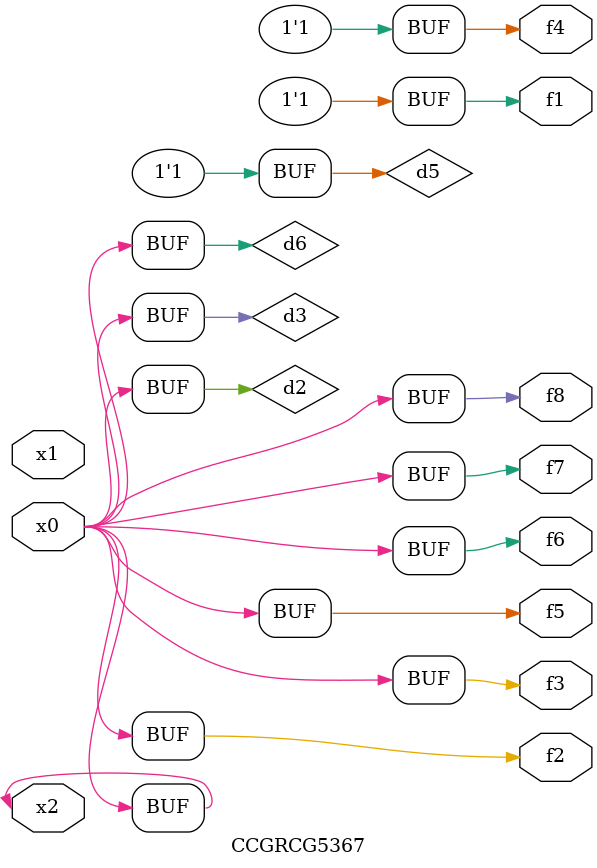
<source format=v>
module CCGRCG5367(
	input x0, x1, x2,
	output f1, f2, f3, f4, f5, f6, f7, f8
);

	wire d1, d2, d3, d4, d5, d6;

	xnor (d1, x2);
	buf (d2, x0, x2);
	and (d3, x0);
	xnor (d4, x1, x2);
	nand (d5, d1, d3);
	buf (d6, d2, d3);
	assign f1 = d5;
	assign f2 = d6;
	assign f3 = d6;
	assign f4 = d5;
	assign f5 = d6;
	assign f6 = d6;
	assign f7 = d6;
	assign f8 = d6;
endmodule

</source>
